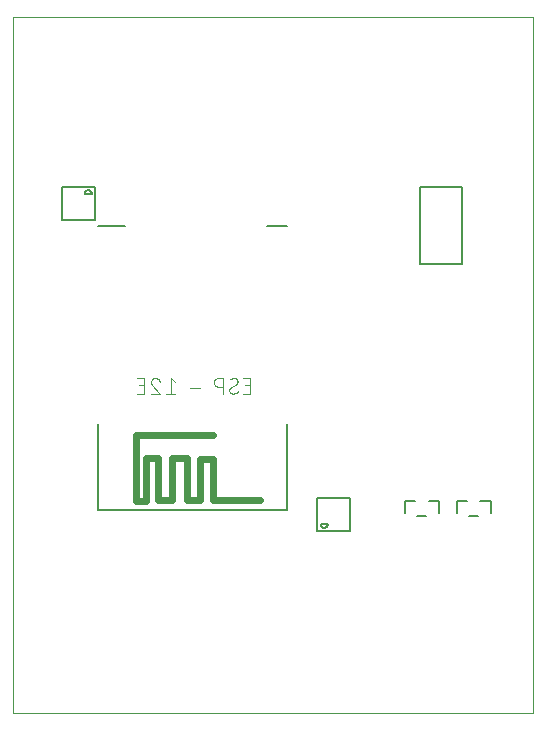
<source format=gbo>
G75*
%MOIN*%
%OFA0B0*%
%FSLAX25Y25*%
%IPPOS*%
%LPD*%
%AMOC8*
5,1,8,0,0,1.08239X$1,22.5*
%
%ADD10C,0.00000*%
%ADD11C,0.00500*%
%ADD12C,0.02400*%
%ADD13C,0.00400*%
%ADD14C,0.00800*%
%ADD15C,0.00600*%
D10*
X0001300Y0001031D02*
X0001300Y0232921D01*
X0174528Y0232921D01*
X0174528Y0001031D01*
X0001300Y0001031D01*
D11*
X0029619Y0068650D02*
X0092611Y0068650D01*
X0092611Y0097390D01*
X0092611Y0163138D02*
X0085918Y0163138D01*
X0038674Y0163138D02*
X0029619Y0163138D01*
X0029619Y0097390D02*
X0029619Y0068650D01*
D12*
X0042217Y0071406D02*
X0045761Y0071406D01*
X0045761Y0085972D01*
X0049698Y0085972D01*
X0049698Y0071799D01*
X0054422Y0071799D01*
X0054422Y0085972D01*
X0059146Y0085972D01*
X0059146Y0071799D01*
X0063477Y0071799D01*
X0063477Y0085579D01*
X0067808Y0085579D01*
X0067808Y0071799D01*
X0083556Y0071799D01*
X0067808Y0093453D02*
X0042217Y0093453D01*
X0042217Y0091091D01*
X0042217Y0090697D02*
X0042217Y0071406D01*
D13*
X0042713Y0107344D02*
X0045024Y0107344D01*
X0045024Y0112544D01*
X0042713Y0112544D01*
X0043291Y0110233D02*
X0045024Y0110233D01*
X0047353Y0107344D02*
X0050242Y0107344D01*
X0047786Y0110233D01*
X0048653Y0112544D02*
X0048734Y0112542D01*
X0048814Y0112536D01*
X0048894Y0112526D01*
X0048974Y0112513D01*
X0049053Y0112495D01*
X0049131Y0112474D01*
X0049208Y0112449D01*
X0049283Y0112421D01*
X0049357Y0112388D01*
X0049430Y0112352D01*
X0049500Y0112313D01*
X0049569Y0112270D01*
X0049635Y0112225D01*
X0049699Y0112176D01*
X0049761Y0112123D01*
X0049820Y0112068D01*
X0049877Y0112011D01*
X0049930Y0111950D01*
X0049981Y0111887D01*
X0050028Y0111822D01*
X0050072Y0111754D01*
X0050113Y0111684D01*
X0050151Y0111613D01*
X0050185Y0111540D01*
X0050215Y0111465D01*
X0050242Y0111389D01*
X0047786Y0110233D02*
X0047736Y0110283D01*
X0047689Y0110336D01*
X0047644Y0110390D01*
X0047603Y0110447D01*
X0047564Y0110506D01*
X0047528Y0110567D01*
X0047495Y0110630D01*
X0047466Y0110694D01*
X0047440Y0110760D01*
X0047417Y0110827D01*
X0047397Y0110894D01*
X0047382Y0110963D01*
X0047369Y0111033D01*
X0047360Y0111103D01*
X0047355Y0111173D01*
X0047353Y0111244D01*
X0047355Y0111314D01*
X0047361Y0111385D01*
X0047370Y0111454D01*
X0047383Y0111523D01*
X0047400Y0111592D01*
X0047421Y0111659D01*
X0047445Y0111725D01*
X0047473Y0111790D01*
X0047504Y0111853D01*
X0047539Y0111914D01*
X0047577Y0111974D01*
X0047618Y0112031D01*
X0047662Y0112086D01*
X0047709Y0112138D01*
X0047759Y0112188D01*
X0047811Y0112235D01*
X0047866Y0112279D01*
X0047923Y0112320D01*
X0047983Y0112358D01*
X0048044Y0112393D01*
X0048107Y0112424D01*
X0048172Y0112452D01*
X0048238Y0112476D01*
X0048305Y0112497D01*
X0048374Y0112514D01*
X0048443Y0112527D01*
X0048512Y0112536D01*
X0048583Y0112542D01*
X0048653Y0112544D01*
X0052393Y0107344D02*
X0055282Y0107344D01*
X0053837Y0107344D02*
X0053837Y0112544D01*
X0055282Y0111389D01*
X0060168Y0109366D02*
X0063635Y0109366D01*
X0069727Y0109655D02*
X0071171Y0109655D01*
X0069727Y0109656D02*
X0069651Y0109658D01*
X0069576Y0109664D01*
X0069501Y0109674D01*
X0069427Y0109688D01*
X0069353Y0109705D01*
X0069281Y0109727D01*
X0069210Y0109752D01*
X0069140Y0109781D01*
X0069071Y0109813D01*
X0069005Y0109849D01*
X0068941Y0109889D01*
X0068878Y0109932D01*
X0068818Y0109978D01*
X0068761Y0110027D01*
X0068706Y0110079D01*
X0068654Y0110134D01*
X0068605Y0110191D01*
X0068559Y0110251D01*
X0068516Y0110314D01*
X0068476Y0110378D01*
X0068440Y0110444D01*
X0068408Y0110513D01*
X0068379Y0110583D01*
X0068354Y0110654D01*
X0068332Y0110726D01*
X0068315Y0110800D01*
X0068301Y0110874D01*
X0068291Y0110949D01*
X0068285Y0111024D01*
X0068283Y0111100D01*
X0068285Y0111176D01*
X0068291Y0111251D01*
X0068301Y0111326D01*
X0068315Y0111400D01*
X0068332Y0111474D01*
X0068354Y0111546D01*
X0068379Y0111617D01*
X0068408Y0111687D01*
X0068440Y0111756D01*
X0068476Y0111822D01*
X0068516Y0111886D01*
X0068559Y0111949D01*
X0068605Y0112009D01*
X0068654Y0112066D01*
X0068706Y0112121D01*
X0068761Y0112173D01*
X0068818Y0112222D01*
X0068878Y0112268D01*
X0068941Y0112311D01*
X0069005Y0112351D01*
X0069071Y0112387D01*
X0069140Y0112419D01*
X0069210Y0112448D01*
X0069281Y0112473D01*
X0069353Y0112495D01*
X0069427Y0112512D01*
X0069501Y0112526D01*
X0069576Y0112536D01*
X0069651Y0112542D01*
X0069727Y0112544D01*
X0071171Y0112544D01*
X0071171Y0107344D01*
X0073970Y0109511D02*
X0075559Y0110377D01*
X0074982Y0112544D02*
X0074895Y0112542D01*
X0074808Y0112537D01*
X0074721Y0112528D01*
X0074635Y0112516D01*
X0074549Y0112500D01*
X0074464Y0112481D01*
X0074380Y0112459D01*
X0074297Y0112433D01*
X0074215Y0112404D01*
X0074134Y0112371D01*
X0074054Y0112335D01*
X0073976Y0112296D01*
X0073900Y0112254D01*
X0073825Y0112209D01*
X0073753Y0112161D01*
X0073682Y0112111D01*
X0075560Y0110378D02*
X0075617Y0110414D01*
X0075673Y0110453D01*
X0075725Y0110495D01*
X0075776Y0110541D01*
X0075823Y0110589D01*
X0075868Y0110640D01*
X0075909Y0110693D01*
X0075948Y0110749D01*
X0075983Y0110807D01*
X0076015Y0110866D01*
X0076044Y0110928D01*
X0076068Y0110991D01*
X0076090Y0111055D01*
X0076107Y0111121D01*
X0076120Y0111187D01*
X0076130Y0111254D01*
X0076136Y0111321D01*
X0076138Y0111389D01*
X0076136Y0111456D01*
X0076130Y0111523D01*
X0076120Y0111590D01*
X0076107Y0111656D01*
X0076089Y0111721D01*
X0076068Y0111784D01*
X0076043Y0111847D01*
X0076015Y0111908D01*
X0075983Y0111967D01*
X0075948Y0112024D01*
X0075909Y0112079D01*
X0075868Y0112132D01*
X0075823Y0112182D01*
X0075775Y0112230D01*
X0075725Y0112275D01*
X0075672Y0112316D01*
X0075617Y0112355D01*
X0075560Y0112390D01*
X0075501Y0112422D01*
X0075440Y0112450D01*
X0075377Y0112475D01*
X0075314Y0112496D01*
X0075249Y0112514D01*
X0075183Y0112527D01*
X0075116Y0112537D01*
X0075049Y0112543D01*
X0074982Y0112545D01*
X0076281Y0108066D02*
X0076212Y0107999D01*
X0076140Y0107935D01*
X0076066Y0107873D01*
X0075989Y0107815D01*
X0075911Y0107760D01*
X0075830Y0107707D01*
X0075747Y0107658D01*
X0075662Y0107613D01*
X0075575Y0107571D01*
X0075487Y0107532D01*
X0075397Y0107496D01*
X0075306Y0107465D01*
X0075214Y0107437D01*
X0075121Y0107412D01*
X0075027Y0107391D01*
X0074932Y0107374D01*
X0074836Y0107361D01*
X0074741Y0107352D01*
X0074644Y0107346D01*
X0074548Y0107344D01*
X0074481Y0107346D01*
X0074414Y0107352D01*
X0074347Y0107362D01*
X0074281Y0107375D01*
X0074216Y0107393D01*
X0074153Y0107414D01*
X0074090Y0107439D01*
X0074029Y0107467D01*
X0073970Y0107499D01*
X0073913Y0107534D01*
X0073858Y0107573D01*
X0073805Y0107614D01*
X0073755Y0107659D01*
X0073707Y0107707D01*
X0073662Y0107757D01*
X0073621Y0107810D01*
X0073582Y0107865D01*
X0073547Y0107922D01*
X0073515Y0107981D01*
X0073487Y0108042D01*
X0073462Y0108105D01*
X0073441Y0108168D01*
X0073423Y0108233D01*
X0073410Y0108299D01*
X0073400Y0108366D01*
X0073394Y0108433D01*
X0073392Y0108500D01*
X0073394Y0108568D01*
X0073400Y0108635D01*
X0073410Y0108702D01*
X0073423Y0108768D01*
X0073440Y0108834D01*
X0073462Y0108898D01*
X0073486Y0108961D01*
X0073515Y0109023D01*
X0073547Y0109082D01*
X0073582Y0109140D01*
X0073621Y0109196D01*
X0073662Y0109249D01*
X0073707Y0109300D01*
X0073754Y0109348D01*
X0073805Y0109394D01*
X0073858Y0109436D01*
X0073913Y0109475D01*
X0073970Y0109511D01*
X0077993Y0107344D02*
X0080304Y0107344D01*
X0080304Y0112544D01*
X0077993Y0112544D01*
X0078571Y0110233D02*
X0080304Y0110233D01*
D14*
X0102658Y0072528D02*
X0102658Y0061504D01*
X0113681Y0061504D01*
X0113681Y0072528D01*
X0102658Y0072528D01*
X0103839Y0063866D02*
X0106201Y0063866D01*
X0106199Y0063799D01*
X0106193Y0063731D01*
X0106184Y0063665D01*
X0106170Y0063599D01*
X0106153Y0063533D01*
X0106132Y0063469D01*
X0106108Y0063406D01*
X0106080Y0063345D01*
X0106048Y0063285D01*
X0106014Y0063228D01*
X0105975Y0063172D01*
X0105934Y0063118D01*
X0105890Y0063067D01*
X0105843Y0063019D01*
X0105793Y0062973D01*
X0105741Y0062931D01*
X0105687Y0062891D01*
X0105630Y0062855D01*
X0105571Y0062821D01*
X0105511Y0062792D01*
X0105448Y0062765D01*
X0105385Y0062743D01*
X0105320Y0062724D01*
X0105255Y0062709D01*
X0105188Y0062697D01*
X0105121Y0062689D01*
X0105054Y0062685D01*
X0104986Y0062685D01*
X0104919Y0062689D01*
X0104852Y0062697D01*
X0104785Y0062709D01*
X0104720Y0062724D01*
X0104655Y0062743D01*
X0104592Y0062765D01*
X0104529Y0062792D01*
X0104469Y0062821D01*
X0104410Y0062855D01*
X0104353Y0062891D01*
X0104299Y0062931D01*
X0104247Y0062973D01*
X0104197Y0063019D01*
X0104150Y0063067D01*
X0104106Y0063118D01*
X0104065Y0063172D01*
X0104026Y0063228D01*
X0103992Y0063285D01*
X0103960Y0063345D01*
X0103932Y0063406D01*
X0103908Y0063469D01*
X0103887Y0063533D01*
X0103870Y0063599D01*
X0103856Y0063665D01*
X0103847Y0063731D01*
X0103841Y0063799D01*
X0103839Y0063866D01*
X0136938Y0150531D02*
X0136938Y0176335D01*
X0150938Y0176335D01*
X0150938Y0150531D01*
X0136938Y0150531D01*
X0028721Y0165362D02*
X0028721Y0176386D01*
X0017697Y0176386D01*
X0017697Y0165362D01*
X0028721Y0165362D01*
X0027540Y0174024D02*
X0025178Y0174024D01*
X0025180Y0174091D01*
X0025186Y0174159D01*
X0025195Y0174225D01*
X0025209Y0174291D01*
X0025226Y0174357D01*
X0025247Y0174421D01*
X0025271Y0174484D01*
X0025299Y0174545D01*
X0025331Y0174605D01*
X0025365Y0174662D01*
X0025404Y0174718D01*
X0025445Y0174772D01*
X0025489Y0174823D01*
X0025536Y0174871D01*
X0025586Y0174917D01*
X0025638Y0174959D01*
X0025692Y0174999D01*
X0025749Y0175035D01*
X0025808Y0175069D01*
X0025868Y0175098D01*
X0025931Y0175125D01*
X0025994Y0175147D01*
X0026059Y0175166D01*
X0026124Y0175181D01*
X0026191Y0175193D01*
X0026258Y0175201D01*
X0026325Y0175205D01*
X0026393Y0175205D01*
X0026460Y0175201D01*
X0026527Y0175193D01*
X0026594Y0175181D01*
X0026659Y0175166D01*
X0026724Y0175147D01*
X0026787Y0175125D01*
X0026850Y0175098D01*
X0026910Y0175069D01*
X0026969Y0175035D01*
X0027026Y0174999D01*
X0027080Y0174959D01*
X0027132Y0174917D01*
X0027182Y0174871D01*
X0027229Y0174823D01*
X0027273Y0174772D01*
X0027314Y0174718D01*
X0027353Y0174662D01*
X0027387Y0174605D01*
X0027419Y0174545D01*
X0027447Y0174484D01*
X0027471Y0174421D01*
X0027492Y0174357D01*
X0027509Y0174291D01*
X0027523Y0174225D01*
X0027532Y0174159D01*
X0027538Y0174091D01*
X0027540Y0174024D01*
D15*
X0131812Y0071701D02*
X0131812Y0067685D01*
X0131812Y0071701D02*
X0135237Y0071701D01*
X0136064Y0066583D02*
X0138977Y0066583D01*
X0143229Y0067685D02*
X0143229Y0071701D01*
X0139804Y0071701D01*
X0149135Y0071701D02*
X0149135Y0067685D01*
X0149135Y0071701D02*
X0152560Y0071701D01*
X0153387Y0066583D02*
X0156300Y0066583D01*
X0157127Y0071701D02*
X0160552Y0071701D01*
X0160552Y0067685D01*
M02*

</source>
